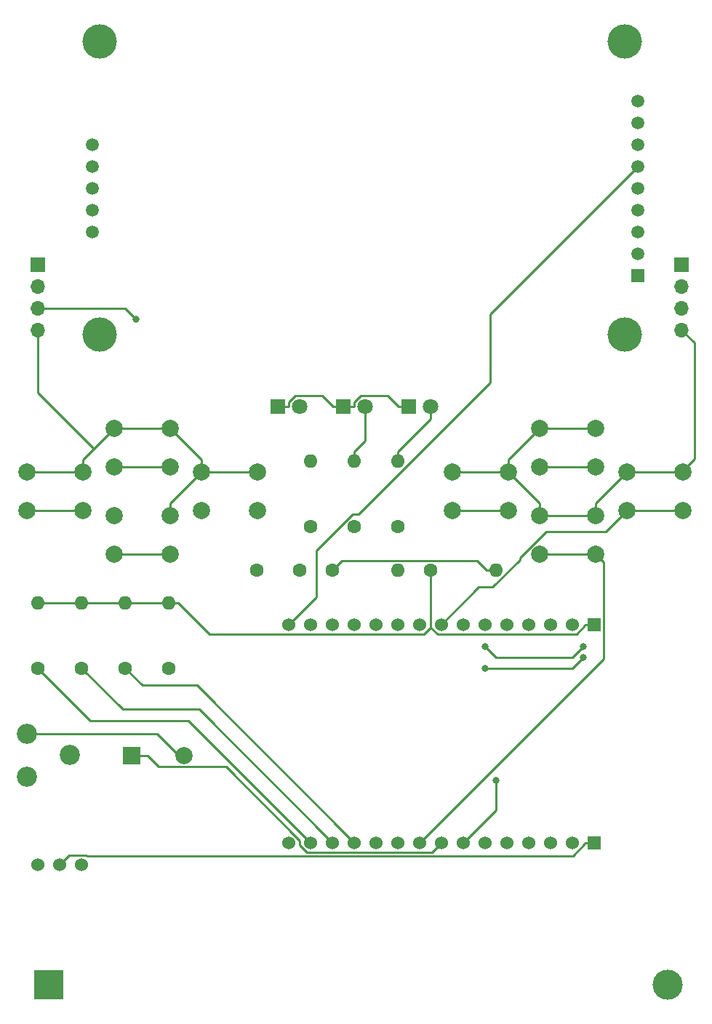
<source format=gbr>
G04 #@! TF.GenerationSoftware,KiCad,Pcbnew,5.1.4-e60b266~84~ubuntu19.04.1*
G04 #@! TF.CreationDate,2019-10-18T16:45:16-04:00*
G04 #@! TF.ProjectId,Esp32Badge-v1,45737033-3242-4616-9467-652d76312e6b,1*
G04 #@! TF.SameCoordinates,Original*
G04 #@! TF.FileFunction,Copper,L2,Bot*
G04 #@! TF.FilePolarity,Positive*
%FSLAX46Y46*%
G04 Gerber Fmt 4.6, Leading zero omitted, Abs format (unit mm)*
G04 Created by KiCad (PCBNEW 5.1.4-e60b266~84~ubuntu19.04.1) date 2019-10-18 16:45:16*
%MOMM*%
%LPD*%
G04 APERTURE LIST*
%ADD10C,2.000000*%
%ADD11R,2.000000X2.000000*%
%ADD12R,1.524000X1.524000*%
%ADD13C,1.524000*%
%ADD14O,1.700000X1.700000*%
%ADD15R,1.700000X1.700000*%
%ADD16R,3.500000X3.500000*%
%ADD17C,3.500000*%
%ADD18C,1.600000*%
%ADD19C,1.800000*%
%ADD20R,1.800000X1.800000*%
%ADD21O,1.600000X1.600000*%
%ADD22C,2.340000*%
%ADD23C,4.000000*%
%ADD24C,1.500000*%
%ADD25R,1.500000X1.500000*%
%ADD26C,0.800000*%
%ADD27C,0.250000*%
G04 APERTURE END LIST*
D10*
X116078000Y-118110000D03*
D11*
X109982000Y-118110000D03*
D12*
X163830000Y-128270000D03*
D13*
X161290000Y-128270000D03*
X158750000Y-128270000D03*
X156210000Y-128270000D03*
X153670000Y-128270000D03*
X151130000Y-128270000D03*
X148590000Y-128270000D03*
X146050000Y-128270000D03*
X143510000Y-128270000D03*
X140970000Y-128270000D03*
X138430000Y-128270000D03*
X135890000Y-128270000D03*
X133350000Y-128270000D03*
X130810000Y-128270000D03*
X128270000Y-102870000D03*
X130810000Y-102870000D03*
X133350000Y-102870000D03*
X135890000Y-102870000D03*
X138430000Y-102870000D03*
X140970000Y-102870000D03*
X143510000Y-102870000D03*
X146050000Y-102870000D03*
X148590000Y-102870000D03*
X151130000Y-102870000D03*
X153670000Y-102870000D03*
X156210000Y-102870000D03*
X158750000Y-102870000D03*
X161290000Y-102870000D03*
D12*
X163830000Y-102870000D03*
D13*
X128270000Y-128270000D03*
D14*
X173990000Y-68580000D03*
X173990000Y-66040000D03*
X173990000Y-63500000D03*
D15*
X173990000Y-60960000D03*
D14*
X99060000Y-68580000D03*
X99060000Y-66040000D03*
X99060000Y-63500000D03*
D15*
X99060000Y-60960000D03*
D16*
X100330000Y-144780000D03*
D17*
X172330000Y-144780000D03*
D18*
X129540000Y-96520000D03*
X124540000Y-96520000D03*
D19*
X144780000Y-77470000D03*
D20*
X142240000Y-77470000D03*
D19*
X137160000Y-77470000D03*
D20*
X134620000Y-77470000D03*
D19*
X129540000Y-77470000D03*
D20*
X127000000Y-77470000D03*
D21*
X140970000Y-83820000D03*
D18*
X140970000Y-91440000D03*
D21*
X135890000Y-83820000D03*
D18*
X135890000Y-91440000D03*
D21*
X130810000Y-83820000D03*
D18*
X130810000Y-91440000D03*
D21*
X152400000Y-96520000D03*
D18*
X144780000Y-96520000D03*
D21*
X140970000Y-96520000D03*
D18*
X133350000Y-96520000D03*
D21*
X99060000Y-100330000D03*
D18*
X99060000Y-107950000D03*
D21*
X104140000Y-100330000D03*
D18*
X104140000Y-107950000D03*
D21*
X109220000Y-100330000D03*
D18*
X109220000Y-107950000D03*
D21*
X114300000Y-100330000D03*
D18*
X114300000Y-107950000D03*
D22*
X97790000Y-115570000D03*
X102790000Y-118070000D03*
X97790000Y-120570000D03*
D13*
X99060000Y-130810000D03*
X104140000Y-130810000D03*
X101600000Y-130810000D03*
D10*
X114450000Y-80010000D03*
X114450000Y-84510000D03*
X107950000Y-80010000D03*
X107950000Y-84510000D03*
X114450000Y-90170000D03*
X114450000Y-94670000D03*
X107950000Y-90170000D03*
X107950000Y-94670000D03*
X104290000Y-85090000D03*
X104290000Y-89590000D03*
X97790000Y-85090000D03*
X97790000Y-89590000D03*
X124610000Y-85090000D03*
X124610000Y-89590000D03*
X118110000Y-85090000D03*
X118110000Y-89590000D03*
X163980000Y-90170000D03*
X163980000Y-94670000D03*
X157480000Y-90170000D03*
X157480000Y-94670000D03*
X174140000Y-85090000D03*
X174140000Y-89590000D03*
X167640000Y-85090000D03*
X167640000Y-89590000D03*
X153820000Y-85090000D03*
X153820000Y-89590000D03*
X147320000Y-85090000D03*
X147320000Y-89590000D03*
X163980000Y-80010000D03*
X163980000Y-84510000D03*
X157480000Y-80010000D03*
X157480000Y-84510000D03*
D23*
X167410000Y-35020000D03*
X106210000Y-35020000D03*
X106210000Y-69120000D03*
X167410000Y-69120000D03*
D24*
X105390000Y-46990000D03*
X105390000Y-49530000D03*
X105390000Y-52070000D03*
X105390000Y-54610000D03*
X105390000Y-57150000D03*
X168910000Y-41910000D03*
X168910000Y-44450000D03*
X168910000Y-46990000D03*
X168910000Y-49530000D03*
X168910000Y-52070000D03*
X168910000Y-54610000D03*
X168910000Y-57150000D03*
X168910000Y-59690000D03*
D25*
X168910000Y-62230000D03*
D26*
X162560000Y-106680000D03*
X151130000Y-107950000D03*
X152393000Y-120976000D03*
X110490000Y-67310000D03*
X151130000Y-105410000D03*
X162560000Y-105410000D03*
D27*
X161290000Y-107950000D02*
X162560000Y-106680000D01*
X151130000Y-107950000D02*
X161290000Y-107950000D01*
X105570000Y-82390000D02*
X99060000Y-75880000D01*
X99060000Y-75880000D02*
X99060000Y-68580000D01*
X167640000Y-85090000D02*
X174140000Y-85090000D01*
X163980000Y-90170000D02*
X163980000Y-88750000D01*
X163980000Y-88750000D02*
X167640000Y-85090000D01*
X118110000Y-85090000D02*
X124610000Y-85090000D01*
X114450000Y-90170000D02*
X114450000Y-88750000D01*
X114450000Y-88750000D02*
X118110000Y-85090000D01*
X153820000Y-85090000D02*
X157480000Y-88750000D01*
X157480000Y-88750000D02*
X157480000Y-90170000D01*
X157480000Y-80010000D02*
X153820000Y-83670000D01*
X153820000Y-83670000D02*
X153820000Y-85090000D01*
X127000000Y-77470000D02*
X128225000Y-77470000D01*
X128225000Y-77470000D02*
X128225000Y-77010500D01*
X128225000Y-77010500D02*
X128991000Y-76244700D01*
X128991000Y-76244700D02*
X132169000Y-76244700D01*
X132169000Y-76244700D02*
X133395000Y-77470000D01*
X133395000Y-77470000D02*
X134620000Y-77470000D01*
X134620000Y-77470000D02*
X135845000Y-77470000D01*
X135845000Y-77470000D02*
X135845000Y-77010500D01*
X135845000Y-77010500D02*
X136611000Y-76244700D01*
X136611000Y-76244700D02*
X139789000Y-76244700D01*
X139789000Y-76244700D02*
X141015000Y-77470000D01*
X141015000Y-77470000D02*
X142240000Y-77470000D01*
X163980000Y-90170000D02*
X157480000Y-90170000D01*
X157480000Y-80010000D02*
X163980000Y-80010000D01*
X104290000Y-85090000D02*
X97790000Y-85090000D01*
X153820000Y-85090000D02*
X147320000Y-85090000D01*
X118110000Y-85090000D02*
X118110000Y-83670000D01*
X118110000Y-83670000D02*
X114450000Y-80010000D01*
X114450000Y-80010000D02*
X107950000Y-80010000D01*
X107950000Y-80010000D02*
X105570000Y-82390000D01*
X105570000Y-82390000D02*
X104290000Y-83670000D01*
X104290000Y-83670000D02*
X104290000Y-85090000D01*
X175465001Y-70055001D02*
X175465001Y-83614999D01*
X173990000Y-68580000D02*
X175465001Y-70055001D01*
X175465001Y-83614999D02*
X173990000Y-85090000D01*
X146050000Y-128270000D02*
X144963000Y-129357000D01*
X144963000Y-129357000D02*
X130350000Y-129357000D01*
X130350000Y-129357000D02*
X129540000Y-128547000D01*
X129540000Y-128547000D02*
X129540000Y-128002000D01*
X129540000Y-128002000D02*
X120973000Y-119435000D01*
X120973000Y-119435000D02*
X113141000Y-119435000D01*
X113141000Y-119435000D02*
X111815000Y-118110000D01*
X111815000Y-118110000D02*
X110490000Y-118110000D01*
X97790000Y-115570000D02*
X112950000Y-115570000D01*
X112950000Y-115570000D02*
X115490000Y-118110000D01*
X133350000Y-96520000D02*
X134475000Y-95394700D01*
X134475000Y-95394700D02*
X150149000Y-95394700D01*
X150149000Y-95394700D02*
X151275000Y-96520000D01*
X151275000Y-96520000D02*
X152400000Y-96520000D01*
X140970000Y-83820000D02*
X140970000Y-82694700D01*
X140970000Y-82694700D02*
X144780000Y-78884700D01*
X144780000Y-78884700D02*
X144780000Y-77470000D01*
X135890000Y-83820000D02*
X135890000Y-82694700D01*
X135890000Y-82694700D02*
X137160000Y-81424700D01*
X137160000Y-81424700D02*
X137160000Y-77470000D01*
X114300000Y-100330000D02*
X109220000Y-100330000D01*
X163830000Y-102870000D02*
X162743000Y-102870000D01*
X162743000Y-102870000D02*
X162743000Y-103006000D01*
X162743000Y-103006000D02*
X161747000Y-104001000D01*
X161747000Y-104001000D02*
X145574000Y-104001000D01*
X145574000Y-104001000D02*
X144780000Y-103208000D01*
X109220000Y-100330000D02*
X104140000Y-100330000D01*
X99060000Y-100330000D02*
X104140000Y-100330000D01*
X114300000Y-100330000D02*
X115425000Y-100330000D01*
X115425000Y-100330000D02*
X119053000Y-103957000D01*
X119053000Y-103957000D02*
X144030000Y-103957000D01*
X144030000Y-103957000D02*
X144780000Y-103208000D01*
X144780000Y-103208000D02*
X144780000Y-96520000D01*
X107950000Y-84510000D02*
X114450000Y-84510000D01*
X130810000Y-128270000D02*
X116615000Y-114075000D01*
X116615000Y-114075000D02*
X105185000Y-114075000D01*
X105185000Y-114075000D02*
X99060000Y-107950000D01*
X133350000Y-128270000D02*
X117808000Y-112728000D01*
X117808000Y-112728000D02*
X108918000Y-112728000D01*
X108918000Y-112728000D02*
X104140000Y-107950000D01*
X107950000Y-94670000D02*
X114450000Y-94670000D01*
X104290000Y-89590000D02*
X97790000Y-89590000D01*
X135890000Y-128270000D02*
X117562000Y-109942000D01*
X117562000Y-109942000D02*
X111212000Y-109942000D01*
X111212000Y-109942000D02*
X109220000Y-107950000D01*
X163830000Y-128270000D02*
X162743000Y-128270000D01*
X162743000Y-128270000D02*
X162743000Y-128406000D01*
X162743000Y-128406000D02*
X161323000Y-129826000D01*
X161323000Y-129826000D02*
X104783000Y-129826000D01*
X104783000Y-129826000D02*
X104644000Y-129687000D01*
X104644000Y-129687000D02*
X102723000Y-129687000D01*
X102723000Y-129687000D02*
X101600000Y-130810000D01*
X143510000Y-128270000D02*
X164917000Y-106863000D01*
X164917000Y-106863000D02*
X164917000Y-95607400D01*
X164917000Y-95607400D02*
X163980000Y-94670000D01*
X163980000Y-94670000D02*
X157480000Y-94670000D01*
X146050000Y-102870000D02*
X150397000Y-98522900D01*
X150397000Y-98522900D02*
X151997000Y-98522900D01*
X151997000Y-98522900D02*
X155204000Y-95316100D01*
X155204000Y-95316100D02*
X155204000Y-95064300D01*
X155204000Y-95064300D02*
X158192000Y-92076100D01*
X158192000Y-92076100D02*
X165154000Y-92076100D01*
X165154000Y-92076100D02*
X167640000Y-89590000D01*
X167640000Y-89590000D02*
X174140000Y-89590000D01*
X148590000Y-128270000D02*
X152393000Y-124467000D01*
X152393000Y-124467000D02*
X152393000Y-120976000D01*
X153820000Y-89590000D02*
X147320000Y-89590000D01*
X157480000Y-84510000D02*
X163980000Y-84510000D01*
X110490000Y-67310000D02*
X109220000Y-66040000D01*
X109220000Y-66040000D02*
X99060000Y-66040000D01*
X168910000Y-49530000D02*
X151721000Y-66719300D01*
X151721000Y-66719300D02*
X151721000Y-74698600D01*
X151721000Y-74698600D02*
X136394000Y-90025400D01*
X136394000Y-90025400D02*
X135681000Y-90025400D01*
X135681000Y-90025400D02*
X131445000Y-94261400D01*
X131445000Y-94261400D02*
X131445000Y-99694900D01*
X131445000Y-99694900D02*
X128270000Y-102870000D01*
X162560000Y-105410000D02*
X162560000Y-105410000D01*
X151130000Y-105410000D02*
X152400000Y-106680000D01*
X161290000Y-106680000D02*
X162560000Y-105410000D01*
X152400000Y-106680000D02*
X161290000Y-106680000D01*
M02*

</source>
